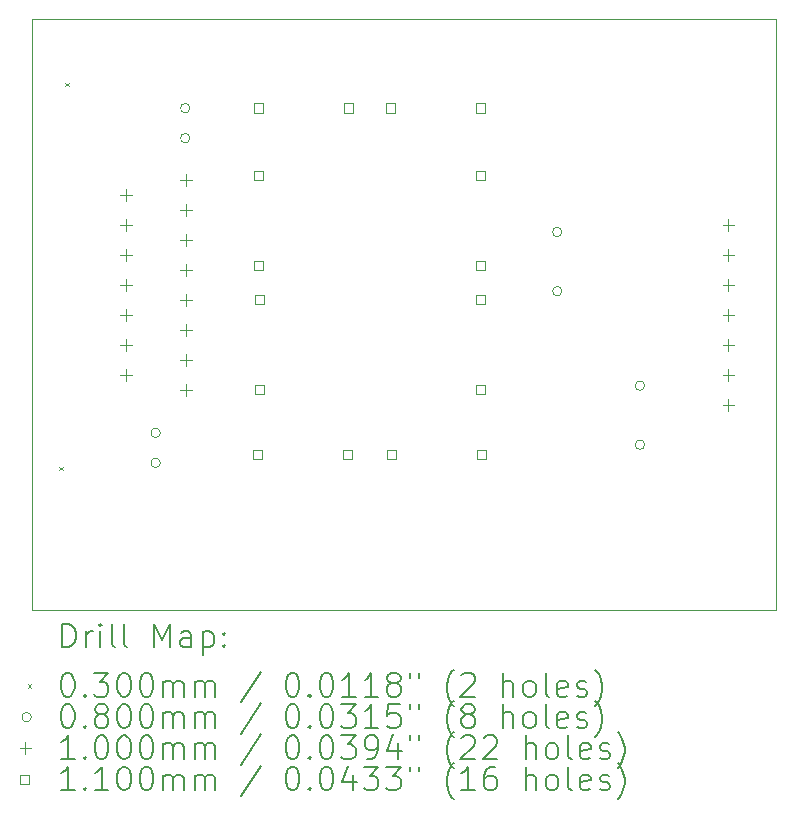
<source format=gbr>
%TF.GenerationSoftware,KiCad,Pcbnew,9.0.1+1*%
%TF.CreationDate,2025-05-09T02:31:12+00:00*%
%TF.ProjectId,modulo_puente_h,6d6f6475-6c6f-45f7-9075-656e74655f68,rev?*%
%TF.SameCoordinates,Original*%
%TF.FileFunction,Drillmap*%
%TF.FilePolarity,Positive*%
%FSLAX45Y45*%
G04 Gerber Fmt 4.5, Leading zero omitted, Abs format (unit mm)*
G04 Created by KiCad (PCBNEW 9.0.1+1) date 2025-05-09 02:31:12*
%MOMM*%
%LPD*%
G01*
G04 APERTURE LIST*
%ADD10C,0.050000*%
%ADD11C,0.200000*%
%ADD12C,0.100000*%
%ADD13C,0.110000*%
G04 APERTURE END LIST*
D10*
X5000000Y-4400000D02*
X11300000Y-4400000D01*
X11300000Y-9400000D01*
X5000000Y-9400000D01*
X5000000Y-4400000D01*
D11*
D12*
X5235000Y-8185000D02*
X5265000Y-8215000D01*
X5265000Y-8185000D02*
X5235000Y-8215000D01*
X5285000Y-4935000D02*
X5315000Y-4965000D01*
X5315000Y-4935000D02*
X5285000Y-4965000D01*
X6090000Y-7900500D02*
G75*
G02*
X6010000Y-7900500I-40000J0D01*
G01*
X6010000Y-7900500D02*
G75*
G02*
X6090000Y-7900500I40000J0D01*
G01*
X6090000Y-8154500D02*
G75*
G02*
X6010000Y-8154500I-40000J0D01*
G01*
X6010000Y-8154500D02*
G75*
G02*
X6090000Y-8154500I40000J0D01*
G01*
X6340000Y-5150500D02*
G75*
G02*
X6260000Y-5150500I-40000J0D01*
G01*
X6260000Y-5150500D02*
G75*
G02*
X6340000Y-5150500I40000J0D01*
G01*
X6340000Y-5404500D02*
G75*
G02*
X6260000Y-5404500I-40000J0D01*
G01*
X6260000Y-5404500D02*
G75*
G02*
X6340000Y-5404500I40000J0D01*
G01*
X9490000Y-6200000D02*
G75*
G02*
X9410000Y-6200000I-40000J0D01*
G01*
X9410000Y-6200000D02*
G75*
G02*
X9490000Y-6200000I40000J0D01*
G01*
X9490000Y-6700000D02*
G75*
G02*
X9410000Y-6700000I-40000J0D01*
G01*
X9410000Y-6700000D02*
G75*
G02*
X9490000Y-6700000I40000J0D01*
G01*
X10190000Y-7500000D02*
G75*
G02*
X10110000Y-7500000I-40000J0D01*
G01*
X10110000Y-7500000D02*
G75*
G02*
X10190000Y-7500000I40000J0D01*
G01*
X10190000Y-8000000D02*
G75*
G02*
X10110000Y-8000000I-40000J0D01*
G01*
X10110000Y-8000000D02*
G75*
G02*
X10190000Y-8000000I40000J0D01*
G01*
X5800000Y-5834000D02*
X5800000Y-5934000D01*
X5750000Y-5884000D02*
X5850000Y-5884000D01*
X5800000Y-6088000D02*
X5800000Y-6188000D01*
X5750000Y-6138000D02*
X5850000Y-6138000D01*
X5800000Y-6342000D02*
X5800000Y-6442000D01*
X5750000Y-6392000D02*
X5850000Y-6392000D01*
X5800000Y-6596000D02*
X5800000Y-6696000D01*
X5750000Y-6646000D02*
X5850000Y-6646000D01*
X5800000Y-6850000D02*
X5800000Y-6950000D01*
X5750000Y-6900000D02*
X5850000Y-6900000D01*
X5800000Y-7104000D02*
X5800000Y-7204000D01*
X5750000Y-7154000D02*
X5850000Y-7154000D01*
X5800000Y-7358000D02*
X5800000Y-7458000D01*
X5750000Y-7408000D02*
X5850000Y-7408000D01*
X6308000Y-5707000D02*
X6308000Y-5807000D01*
X6258000Y-5757000D02*
X6358000Y-5757000D01*
X6308000Y-5961000D02*
X6308000Y-6061000D01*
X6258000Y-6011000D02*
X6358000Y-6011000D01*
X6308000Y-6215000D02*
X6308000Y-6315000D01*
X6258000Y-6265000D02*
X6358000Y-6265000D01*
X6308000Y-6469000D02*
X6308000Y-6569000D01*
X6258000Y-6519000D02*
X6358000Y-6519000D01*
X6308000Y-6723000D02*
X6308000Y-6823000D01*
X6258000Y-6773000D02*
X6358000Y-6773000D01*
X6308000Y-6977000D02*
X6308000Y-7077000D01*
X6258000Y-7027000D02*
X6358000Y-7027000D01*
X6308000Y-7231000D02*
X6308000Y-7331000D01*
X6258000Y-7281000D02*
X6358000Y-7281000D01*
X6308000Y-7485000D02*
X6308000Y-7585000D01*
X6258000Y-7535000D02*
X6358000Y-7535000D01*
X10900000Y-6088500D02*
X10900000Y-6188500D01*
X10850000Y-6138500D02*
X10950000Y-6138500D01*
X10900000Y-6342500D02*
X10900000Y-6442500D01*
X10850000Y-6392500D02*
X10950000Y-6392500D01*
X10900000Y-6596500D02*
X10900000Y-6696500D01*
X10850000Y-6646500D02*
X10950000Y-6646500D01*
X10900000Y-6850500D02*
X10900000Y-6950500D01*
X10850000Y-6900500D02*
X10950000Y-6900500D01*
X10900000Y-7104500D02*
X10900000Y-7204500D01*
X10850000Y-7154500D02*
X10950000Y-7154500D01*
X10900000Y-7358500D02*
X10900000Y-7458500D01*
X10850000Y-7408500D02*
X10950000Y-7408500D01*
X10900000Y-7612500D02*
X10900000Y-7712500D01*
X10850000Y-7662500D02*
X10950000Y-7662500D01*
D13*
X6953459Y-8121123D02*
X6953459Y-8043341D01*
X6875677Y-8043341D01*
X6875677Y-8121123D01*
X6953459Y-8121123D01*
X6957891Y-5188891D02*
X6957891Y-5111109D01*
X6880109Y-5111109D01*
X6880109Y-5188891D01*
X6957891Y-5188891D01*
X6961759Y-5757891D02*
X6961759Y-5680109D01*
X6883977Y-5680109D01*
X6883977Y-5757891D01*
X6961759Y-5757891D01*
X6961759Y-6519891D02*
X6961759Y-6442109D01*
X6883977Y-6442109D01*
X6883977Y-6519891D01*
X6961759Y-6519891D01*
X6965531Y-6809707D02*
X6965531Y-6731925D01*
X6887749Y-6731925D01*
X6887749Y-6809707D01*
X6965531Y-6809707D01*
X6965531Y-7571707D02*
X6965531Y-7493925D01*
X6887749Y-7493925D01*
X6887749Y-7571707D01*
X6965531Y-7571707D01*
X7715459Y-8121123D02*
X7715459Y-8043341D01*
X7637677Y-8043341D01*
X7637677Y-8121123D01*
X7715459Y-8121123D01*
X7719891Y-5188891D02*
X7719891Y-5111109D01*
X7642109Y-5111109D01*
X7642109Y-5188891D01*
X7719891Y-5188891D01*
X8076891Y-5188891D02*
X8076891Y-5111109D01*
X7999109Y-5111109D01*
X7999109Y-5188891D01*
X8076891Y-5188891D01*
X8084459Y-8121123D02*
X8084459Y-8043341D01*
X8006677Y-8043341D01*
X8006677Y-8121123D01*
X8084459Y-8121123D01*
X8838891Y-5188891D02*
X8838891Y-5111109D01*
X8761109Y-5111109D01*
X8761109Y-5188891D01*
X8838891Y-5188891D01*
X8838891Y-5757891D02*
X8838891Y-5680109D01*
X8761109Y-5680109D01*
X8761109Y-5757891D01*
X8838891Y-5757891D01*
X8838891Y-6519891D02*
X8838891Y-6442109D01*
X8761109Y-6442109D01*
X8761109Y-6519891D01*
X8838891Y-6519891D01*
X8838891Y-6807891D02*
X8838891Y-6730109D01*
X8761109Y-6730109D01*
X8761109Y-6807891D01*
X8838891Y-6807891D01*
X8838891Y-7569891D02*
X8838891Y-7492109D01*
X8761109Y-7492109D01*
X8761109Y-7569891D01*
X8838891Y-7569891D01*
X8846459Y-8121123D02*
X8846459Y-8043341D01*
X8768677Y-8043341D01*
X8768677Y-8121123D01*
X8846459Y-8121123D01*
D11*
X5258277Y-9713984D02*
X5258277Y-9513984D01*
X5258277Y-9513984D02*
X5305896Y-9513984D01*
X5305896Y-9513984D02*
X5334467Y-9523508D01*
X5334467Y-9523508D02*
X5353515Y-9542555D01*
X5353515Y-9542555D02*
X5363039Y-9561603D01*
X5363039Y-9561603D02*
X5372563Y-9599698D01*
X5372563Y-9599698D02*
X5372563Y-9628270D01*
X5372563Y-9628270D02*
X5363039Y-9666365D01*
X5363039Y-9666365D02*
X5353515Y-9685412D01*
X5353515Y-9685412D02*
X5334467Y-9704460D01*
X5334467Y-9704460D02*
X5305896Y-9713984D01*
X5305896Y-9713984D02*
X5258277Y-9713984D01*
X5458277Y-9713984D02*
X5458277Y-9580650D01*
X5458277Y-9618746D02*
X5467801Y-9599698D01*
X5467801Y-9599698D02*
X5477324Y-9590174D01*
X5477324Y-9590174D02*
X5496372Y-9580650D01*
X5496372Y-9580650D02*
X5515420Y-9580650D01*
X5582086Y-9713984D02*
X5582086Y-9580650D01*
X5582086Y-9513984D02*
X5572563Y-9523508D01*
X5572563Y-9523508D02*
X5582086Y-9533031D01*
X5582086Y-9533031D02*
X5591610Y-9523508D01*
X5591610Y-9523508D02*
X5582086Y-9513984D01*
X5582086Y-9513984D02*
X5582086Y-9533031D01*
X5705896Y-9713984D02*
X5686848Y-9704460D01*
X5686848Y-9704460D02*
X5677324Y-9685412D01*
X5677324Y-9685412D02*
X5677324Y-9513984D01*
X5810658Y-9713984D02*
X5791610Y-9704460D01*
X5791610Y-9704460D02*
X5782086Y-9685412D01*
X5782086Y-9685412D02*
X5782086Y-9513984D01*
X6039229Y-9713984D02*
X6039229Y-9513984D01*
X6039229Y-9513984D02*
X6105896Y-9656841D01*
X6105896Y-9656841D02*
X6172562Y-9513984D01*
X6172562Y-9513984D02*
X6172562Y-9713984D01*
X6353515Y-9713984D02*
X6353515Y-9609222D01*
X6353515Y-9609222D02*
X6343991Y-9590174D01*
X6343991Y-9590174D02*
X6324943Y-9580650D01*
X6324943Y-9580650D02*
X6286848Y-9580650D01*
X6286848Y-9580650D02*
X6267801Y-9590174D01*
X6353515Y-9704460D02*
X6334467Y-9713984D01*
X6334467Y-9713984D02*
X6286848Y-9713984D01*
X6286848Y-9713984D02*
X6267801Y-9704460D01*
X6267801Y-9704460D02*
X6258277Y-9685412D01*
X6258277Y-9685412D02*
X6258277Y-9666365D01*
X6258277Y-9666365D02*
X6267801Y-9647317D01*
X6267801Y-9647317D02*
X6286848Y-9637793D01*
X6286848Y-9637793D02*
X6334467Y-9637793D01*
X6334467Y-9637793D02*
X6353515Y-9628270D01*
X6448753Y-9580650D02*
X6448753Y-9780650D01*
X6448753Y-9590174D02*
X6467801Y-9580650D01*
X6467801Y-9580650D02*
X6505896Y-9580650D01*
X6505896Y-9580650D02*
X6524943Y-9590174D01*
X6524943Y-9590174D02*
X6534467Y-9599698D01*
X6534467Y-9599698D02*
X6543991Y-9618746D01*
X6543991Y-9618746D02*
X6543991Y-9675889D01*
X6543991Y-9675889D02*
X6534467Y-9694936D01*
X6534467Y-9694936D02*
X6524943Y-9704460D01*
X6524943Y-9704460D02*
X6505896Y-9713984D01*
X6505896Y-9713984D02*
X6467801Y-9713984D01*
X6467801Y-9713984D02*
X6448753Y-9704460D01*
X6629705Y-9694936D02*
X6639229Y-9704460D01*
X6639229Y-9704460D02*
X6629705Y-9713984D01*
X6629705Y-9713984D02*
X6620182Y-9704460D01*
X6620182Y-9704460D02*
X6629705Y-9694936D01*
X6629705Y-9694936D02*
X6629705Y-9713984D01*
X6629705Y-9590174D02*
X6639229Y-9599698D01*
X6639229Y-9599698D02*
X6629705Y-9609222D01*
X6629705Y-9609222D02*
X6620182Y-9599698D01*
X6620182Y-9599698D02*
X6629705Y-9590174D01*
X6629705Y-9590174D02*
X6629705Y-9609222D01*
D12*
X4967500Y-10027500D02*
X4997500Y-10057500D01*
X4997500Y-10027500D02*
X4967500Y-10057500D01*
D11*
X5296372Y-9933984D02*
X5315420Y-9933984D01*
X5315420Y-9933984D02*
X5334467Y-9943508D01*
X5334467Y-9943508D02*
X5343991Y-9953031D01*
X5343991Y-9953031D02*
X5353515Y-9972079D01*
X5353515Y-9972079D02*
X5363039Y-10010174D01*
X5363039Y-10010174D02*
X5363039Y-10057793D01*
X5363039Y-10057793D02*
X5353515Y-10095889D01*
X5353515Y-10095889D02*
X5343991Y-10114936D01*
X5343991Y-10114936D02*
X5334467Y-10124460D01*
X5334467Y-10124460D02*
X5315420Y-10133984D01*
X5315420Y-10133984D02*
X5296372Y-10133984D01*
X5296372Y-10133984D02*
X5277324Y-10124460D01*
X5277324Y-10124460D02*
X5267801Y-10114936D01*
X5267801Y-10114936D02*
X5258277Y-10095889D01*
X5258277Y-10095889D02*
X5248753Y-10057793D01*
X5248753Y-10057793D02*
X5248753Y-10010174D01*
X5248753Y-10010174D02*
X5258277Y-9972079D01*
X5258277Y-9972079D02*
X5267801Y-9953031D01*
X5267801Y-9953031D02*
X5277324Y-9943508D01*
X5277324Y-9943508D02*
X5296372Y-9933984D01*
X5448753Y-10114936D02*
X5458277Y-10124460D01*
X5458277Y-10124460D02*
X5448753Y-10133984D01*
X5448753Y-10133984D02*
X5439229Y-10124460D01*
X5439229Y-10124460D02*
X5448753Y-10114936D01*
X5448753Y-10114936D02*
X5448753Y-10133984D01*
X5524944Y-9933984D02*
X5648753Y-9933984D01*
X5648753Y-9933984D02*
X5582086Y-10010174D01*
X5582086Y-10010174D02*
X5610658Y-10010174D01*
X5610658Y-10010174D02*
X5629705Y-10019698D01*
X5629705Y-10019698D02*
X5639229Y-10029222D01*
X5639229Y-10029222D02*
X5648753Y-10048270D01*
X5648753Y-10048270D02*
X5648753Y-10095889D01*
X5648753Y-10095889D02*
X5639229Y-10114936D01*
X5639229Y-10114936D02*
X5629705Y-10124460D01*
X5629705Y-10124460D02*
X5610658Y-10133984D01*
X5610658Y-10133984D02*
X5553515Y-10133984D01*
X5553515Y-10133984D02*
X5534467Y-10124460D01*
X5534467Y-10124460D02*
X5524944Y-10114936D01*
X5772562Y-9933984D02*
X5791610Y-9933984D01*
X5791610Y-9933984D02*
X5810658Y-9943508D01*
X5810658Y-9943508D02*
X5820182Y-9953031D01*
X5820182Y-9953031D02*
X5829705Y-9972079D01*
X5829705Y-9972079D02*
X5839229Y-10010174D01*
X5839229Y-10010174D02*
X5839229Y-10057793D01*
X5839229Y-10057793D02*
X5829705Y-10095889D01*
X5829705Y-10095889D02*
X5820182Y-10114936D01*
X5820182Y-10114936D02*
X5810658Y-10124460D01*
X5810658Y-10124460D02*
X5791610Y-10133984D01*
X5791610Y-10133984D02*
X5772562Y-10133984D01*
X5772562Y-10133984D02*
X5753515Y-10124460D01*
X5753515Y-10124460D02*
X5743991Y-10114936D01*
X5743991Y-10114936D02*
X5734467Y-10095889D01*
X5734467Y-10095889D02*
X5724943Y-10057793D01*
X5724943Y-10057793D02*
X5724943Y-10010174D01*
X5724943Y-10010174D02*
X5734467Y-9972079D01*
X5734467Y-9972079D02*
X5743991Y-9953031D01*
X5743991Y-9953031D02*
X5753515Y-9943508D01*
X5753515Y-9943508D02*
X5772562Y-9933984D01*
X5963039Y-9933984D02*
X5982086Y-9933984D01*
X5982086Y-9933984D02*
X6001134Y-9943508D01*
X6001134Y-9943508D02*
X6010658Y-9953031D01*
X6010658Y-9953031D02*
X6020182Y-9972079D01*
X6020182Y-9972079D02*
X6029705Y-10010174D01*
X6029705Y-10010174D02*
X6029705Y-10057793D01*
X6029705Y-10057793D02*
X6020182Y-10095889D01*
X6020182Y-10095889D02*
X6010658Y-10114936D01*
X6010658Y-10114936D02*
X6001134Y-10124460D01*
X6001134Y-10124460D02*
X5982086Y-10133984D01*
X5982086Y-10133984D02*
X5963039Y-10133984D01*
X5963039Y-10133984D02*
X5943991Y-10124460D01*
X5943991Y-10124460D02*
X5934467Y-10114936D01*
X5934467Y-10114936D02*
X5924943Y-10095889D01*
X5924943Y-10095889D02*
X5915420Y-10057793D01*
X5915420Y-10057793D02*
X5915420Y-10010174D01*
X5915420Y-10010174D02*
X5924943Y-9972079D01*
X5924943Y-9972079D02*
X5934467Y-9953031D01*
X5934467Y-9953031D02*
X5943991Y-9943508D01*
X5943991Y-9943508D02*
X5963039Y-9933984D01*
X6115420Y-10133984D02*
X6115420Y-10000650D01*
X6115420Y-10019698D02*
X6124943Y-10010174D01*
X6124943Y-10010174D02*
X6143991Y-10000650D01*
X6143991Y-10000650D02*
X6172563Y-10000650D01*
X6172563Y-10000650D02*
X6191610Y-10010174D01*
X6191610Y-10010174D02*
X6201134Y-10029222D01*
X6201134Y-10029222D02*
X6201134Y-10133984D01*
X6201134Y-10029222D02*
X6210658Y-10010174D01*
X6210658Y-10010174D02*
X6229705Y-10000650D01*
X6229705Y-10000650D02*
X6258277Y-10000650D01*
X6258277Y-10000650D02*
X6277324Y-10010174D01*
X6277324Y-10010174D02*
X6286848Y-10029222D01*
X6286848Y-10029222D02*
X6286848Y-10133984D01*
X6382086Y-10133984D02*
X6382086Y-10000650D01*
X6382086Y-10019698D02*
X6391610Y-10010174D01*
X6391610Y-10010174D02*
X6410658Y-10000650D01*
X6410658Y-10000650D02*
X6439229Y-10000650D01*
X6439229Y-10000650D02*
X6458277Y-10010174D01*
X6458277Y-10010174D02*
X6467801Y-10029222D01*
X6467801Y-10029222D02*
X6467801Y-10133984D01*
X6467801Y-10029222D02*
X6477324Y-10010174D01*
X6477324Y-10010174D02*
X6496372Y-10000650D01*
X6496372Y-10000650D02*
X6524943Y-10000650D01*
X6524943Y-10000650D02*
X6543991Y-10010174D01*
X6543991Y-10010174D02*
X6553515Y-10029222D01*
X6553515Y-10029222D02*
X6553515Y-10133984D01*
X6943991Y-9924460D02*
X6772563Y-10181603D01*
X7201134Y-9933984D02*
X7220182Y-9933984D01*
X7220182Y-9933984D02*
X7239229Y-9943508D01*
X7239229Y-9943508D02*
X7248753Y-9953031D01*
X7248753Y-9953031D02*
X7258277Y-9972079D01*
X7258277Y-9972079D02*
X7267801Y-10010174D01*
X7267801Y-10010174D02*
X7267801Y-10057793D01*
X7267801Y-10057793D02*
X7258277Y-10095889D01*
X7258277Y-10095889D02*
X7248753Y-10114936D01*
X7248753Y-10114936D02*
X7239229Y-10124460D01*
X7239229Y-10124460D02*
X7220182Y-10133984D01*
X7220182Y-10133984D02*
X7201134Y-10133984D01*
X7201134Y-10133984D02*
X7182086Y-10124460D01*
X7182086Y-10124460D02*
X7172563Y-10114936D01*
X7172563Y-10114936D02*
X7163039Y-10095889D01*
X7163039Y-10095889D02*
X7153515Y-10057793D01*
X7153515Y-10057793D02*
X7153515Y-10010174D01*
X7153515Y-10010174D02*
X7163039Y-9972079D01*
X7163039Y-9972079D02*
X7172563Y-9953031D01*
X7172563Y-9953031D02*
X7182086Y-9943508D01*
X7182086Y-9943508D02*
X7201134Y-9933984D01*
X7353515Y-10114936D02*
X7363039Y-10124460D01*
X7363039Y-10124460D02*
X7353515Y-10133984D01*
X7353515Y-10133984D02*
X7343991Y-10124460D01*
X7343991Y-10124460D02*
X7353515Y-10114936D01*
X7353515Y-10114936D02*
X7353515Y-10133984D01*
X7486848Y-9933984D02*
X7505896Y-9933984D01*
X7505896Y-9933984D02*
X7524944Y-9943508D01*
X7524944Y-9943508D02*
X7534467Y-9953031D01*
X7534467Y-9953031D02*
X7543991Y-9972079D01*
X7543991Y-9972079D02*
X7553515Y-10010174D01*
X7553515Y-10010174D02*
X7553515Y-10057793D01*
X7553515Y-10057793D02*
X7543991Y-10095889D01*
X7543991Y-10095889D02*
X7534467Y-10114936D01*
X7534467Y-10114936D02*
X7524944Y-10124460D01*
X7524944Y-10124460D02*
X7505896Y-10133984D01*
X7505896Y-10133984D02*
X7486848Y-10133984D01*
X7486848Y-10133984D02*
X7467801Y-10124460D01*
X7467801Y-10124460D02*
X7458277Y-10114936D01*
X7458277Y-10114936D02*
X7448753Y-10095889D01*
X7448753Y-10095889D02*
X7439229Y-10057793D01*
X7439229Y-10057793D02*
X7439229Y-10010174D01*
X7439229Y-10010174D02*
X7448753Y-9972079D01*
X7448753Y-9972079D02*
X7458277Y-9953031D01*
X7458277Y-9953031D02*
X7467801Y-9943508D01*
X7467801Y-9943508D02*
X7486848Y-9933984D01*
X7743991Y-10133984D02*
X7629706Y-10133984D01*
X7686848Y-10133984D02*
X7686848Y-9933984D01*
X7686848Y-9933984D02*
X7667801Y-9962555D01*
X7667801Y-9962555D02*
X7648753Y-9981603D01*
X7648753Y-9981603D02*
X7629706Y-9991127D01*
X7934467Y-10133984D02*
X7820182Y-10133984D01*
X7877325Y-10133984D02*
X7877325Y-9933984D01*
X7877325Y-9933984D02*
X7858277Y-9962555D01*
X7858277Y-9962555D02*
X7839229Y-9981603D01*
X7839229Y-9981603D02*
X7820182Y-9991127D01*
X8048753Y-10019698D02*
X8029706Y-10010174D01*
X8029706Y-10010174D02*
X8020182Y-10000650D01*
X8020182Y-10000650D02*
X8010658Y-9981603D01*
X8010658Y-9981603D02*
X8010658Y-9972079D01*
X8010658Y-9972079D02*
X8020182Y-9953031D01*
X8020182Y-9953031D02*
X8029706Y-9943508D01*
X8029706Y-9943508D02*
X8048753Y-9933984D01*
X8048753Y-9933984D02*
X8086848Y-9933984D01*
X8086848Y-9933984D02*
X8105896Y-9943508D01*
X8105896Y-9943508D02*
X8115420Y-9953031D01*
X8115420Y-9953031D02*
X8124944Y-9972079D01*
X8124944Y-9972079D02*
X8124944Y-9981603D01*
X8124944Y-9981603D02*
X8115420Y-10000650D01*
X8115420Y-10000650D02*
X8105896Y-10010174D01*
X8105896Y-10010174D02*
X8086848Y-10019698D01*
X8086848Y-10019698D02*
X8048753Y-10019698D01*
X8048753Y-10019698D02*
X8029706Y-10029222D01*
X8029706Y-10029222D02*
X8020182Y-10038746D01*
X8020182Y-10038746D02*
X8010658Y-10057793D01*
X8010658Y-10057793D02*
X8010658Y-10095889D01*
X8010658Y-10095889D02*
X8020182Y-10114936D01*
X8020182Y-10114936D02*
X8029706Y-10124460D01*
X8029706Y-10124460D02*
X8048753Y-10133984D01*
X8048753Y-10133984D02*
X8086848Y-10133984D01*
X8086848Y-10133984D02*
X8105896Y-10124460D01*
X8105896Y-10124460D02*
X8115420Y-10114936D01*
X8115420Y-10114936D02*
X8124944Y-10095889D01*
X8124944Y-10095889D02*
X8124944Y-10057793D01*
X8124944Y-10057793D02*
X8115420Y-10038746D01*
X8115420Y-10038746D02*
X8105896Y-10029222D01*
X8105896Y-10029222D02*
X8086848Y-10019698D01*
X8201134Y-9933984D02*
X8201134Y-9972079D01*
X8277325Y-9933984D02*
X8277325Y-9972079D01*
X8572563Y-10210174D02*
X8563039Y-10200650D01*
X8563039Y-10200650D02*
X8543991Y-10172079D01*
X8543991Y-10172079D02*
X8534468Y-10153031D01*
X8534468Y-10153031D02*
X8524944Y-10124460D01*
X8524944Y-10124460D02*
X8515420Y-10076841D01*
X8515420Y-10076841D02*
X8515420Y-10038746D01*
X8515420Y-10038746D02*
X8524944Y-9991127D01*
X8524944Y-9991127D02*
X8534468Y-9962555D01*
X8534468Y-9962555D02*
X8543991Y-9943508D01*
X8543991Y-9943508D02*
X8563039Y-9914936D01*
X8563039Y-9914936D02*
X8572563Y-9905412D01*
X8639230Y-9953031D02*
X8648753Y-9943508D01*
X8648753Y-9943508D02*
X8667801Y-9933984D01*
X8667801Y-9933984D02*
X8715420Y-9933984D01*
X8715420Y-9933984D02*
X8734468Y-9943508D01*
X8734468Y-9943508D02*
X8743991Y-9953031D01*
X8743991Y-9953031D02*
X8753515Y-9972079D01*
X8753515Y-9972079D02*
X8753515Y-9991127D01*
X8753515Y-9991127D02*
X8743991Y-10019698D01*
X8743991Y-10019698D02*
X8629706Y-10133984D01*
X8629706Y-10133984D02*
X8753515Y-10133984D01*
X8991611Y-10133984D02*
X8991611Y-9933984D01*
X9077325Y-10133984D02*
X9077325Y-10029222D01*
X9077325Y-10029222D02*
X9067801Y-10010174D01*
X9067801Y-10010174D02*
X9048753Y-10000650D01*
X9048753Y-10000650D02*
X9020182Y-10000650D01*
X9020182Y-10000650D02*
X9001134Y-10010174D01*
X9001134Y-10010174D02*
X8991611Y-10019698D01*
X9201134Y-10133984D02*
X9182087Y-10124460D01*
X9182087Y-10124460D02*
X9172563Y-10114936D01*
X9172563Y-10114936D02*
X9163039Y-10095889D01*
X9163039Y-10095889D02*
X9163039Y-10038746D01*
X9163039Y-10038746D02*
X9172563Y-10019698D01*
X9172563Y-10019698D02*
X9182087Y-10010174D01*
X9182087Y-10010174D02*
X9201134Y-10000650D01*
X9201134Y-10000650D02*
X9229706Y-10000650D01*
X9229706Y-10000650D02*
X9248753Y-10010174D01*
X9248753Y-10010174D02*
X9258277Y-10019698D01*
X9258277Y-10019698D02*
X9267801Y-10038746D01*
X9267801Y-10038746D02*
X9267801Y-10095889D01*
X9267801Y-10095889D02*
X9258277Y-10114936D01*
X9258277Y-10114936D02*
X9248753Y-10124460D01*
X9248753Y-10124460D02*
X9229706Y-10133984D01*
X9229706Y-10133984D02*
X9201134Y-10133984D01*
X9382087Y-10133984D02*
X9363039Y-10124460D01*
X9363039Y-10124460D02*
X9353515Y-10105412D01*
X9353515Y-10105412D02*
X9353515Y-9933984D01*
X9534468Y-10124460D02*
X9515420Y-10133984D01*
X9515420Y-10133984D02*
X9477325Y-10133984D01*
X9477325Y-10133984D02*
X9458277Y-10124460D01*
X9458277Y-10124460D02*
X9448753Y-10105412D01*
X9448753Y-10105412D02*
X9448753Y-10029222D01*
X9448753Y-10029222D02*
X9458277Y-10010174D01*
X9458277Y-10010174D02*
X9477325Y-10000650D01*
X9477325Y-10000650D02*
X9515420Y-10000650D01*
X9515420Y-10000650D02*
X9534468Y-10010174D01*
X9534468Y-10010174D02*
X9543992Y-10029222D01*
X9543992Y-10029222D02*
X9543992Y-10048270D01*
X9543992Y-10048270D02*
X9448753Y-10067317D01*
X9620182Y-10124460D02*
X9639230Y-10133984D01*
X9639230Y-10133984D02*
X9677325Y-10133984D01*
X9677325Y-10133984D02*
X9696373Y-10124460D01*
X9696373Y-10124460D02*
X9705896Y-10105412D01*
X9705896Y-10105412D02*
X9705896Y-10095889D01*
X9705896Y-10095889D02*
X9696373Y-10076841D01*
X9696373Y-10076841D02*
X9677325Y-10067317D01*
X9677325Y-10067317D02*
X9648753Y-10067317D01*
X9648753Y-10067317D02*
X9629706Y-10057793D01*
X9629706Y-10057793D02*
X9620182Y-10038746D01*
X9620182Y-10038746D02*
X9620182Y-10029222D01*
X9620182Y-10029222D02*
X9629706Y-10010174D01*
X9629706Y-10010174D02*
X9648753Y-10000650D01*
X9648753Y-10000650D02*
X9677325Y-10000650D01*
X9677325Y-10000650D02*
X9696373Y-10010174D01*
X9772563Y-10210174D02*
X9782087Y-10200650D01*
X9782087Y-10200650D02*
X9801134Y-10172079D01*
X9801134Y-10172079D02*
X9810658Y-10153031D01*
X9810658Y-10153031D02*
X9820182Y-10124460D01*
X9820182Y-10124460D02*
X9829706Y-10076841D01*
X9829706Y-10076841D02*
X9829706Y-10038746D01*
X9829706Y-10038746D02*
X9820182Y-9991127D01*
X9820182Y-9991127D02*
X9810658Y-9962555D01*
X9810658Y-9962555D02*
X9801134Y-9943508D01*
X9801134Y-9943508D02*
X9782087Y-9914936D01*
X9782087Y-9914936D02*
X9772563Y-9905412D01*
D12*
X4997500Y-10306500D02*
G75*
G02*
X4917500Y-10306500I-40000J0D01*
G01*
X4917500Y-10306500D02*
G75*
G02*
X4997500Y-10306500I40000J0D01*
G01*
D11*
X5296372Y-10197984D02*
X5315420Y-10197984D01*
X5315420Y-10197984D02*
X5334467Y-10207508D01*
X5334467Y-10207508D02*
X5343991Y-10217031D01*
X5343991Y-10217031D02*
X5353515Y-10236079D01*
X5353515Y-10236079D02*
X5363039Y-10274174D01*
X5363039Y-10274174D02*
X5363039Y-10321793D01*
X5363039Y-10321793D02*
X5353515Y-10359889D01*
X5353515Y-10359889D02*
X5343991Y-10378936D01*
X5343991Y-10378936D02*
X5334467Y-10388460D01*
X5334467Y-10388460D02*
X5315420Y-10397984D01*
X5315420Y-10397984D02*
X5296372Y-10397984D01*
X5296372Y-10397984D02*
X5277324Y-10388460D01*
X5277324Y-10388460D02*
X5267801Y-10378936D01*
X5267801Y-10378936D02*
X5258277Y-10359889D01*
X5258277Y-10359889D02*
X5248753Y-10321793D01*
X5248753Y-10321793D02*
X5248753Y-10274174D01*
X5248753Y-10274174D02*
X5258277Y-10236079D01*
X5258277Y-10236079D02*
X5267801Y-10217031D01*
X5267801Y-10217031D02*
X5277324Y-10207508D01*
X5277324Y-10207508D02*
X5296372Y-10197984D01*
X5448753Y-10378936D02*
X5458277Y-10388460D01*
X5458277Y-10388460D02*
X5448753Y-10397984D01*
X5448753Y-10397984D02*
X5439229Y-10388460D01*
X5439229Y-10388460D02*
X5448753Y-10378936D01*
X5448753Y-10378936D02*
X5448753Y-10397984D01*
X5572563Y-10283698D02*
X5553515Y-10274174D01*
X5553515Y-10274174D02*
X5543991Y-10264650D01*
X5543991Y-10264650D02*
X5534467Y-10245603D01*
X5534467Y-10245603D02*
X5534467Y-10236079D01*
X5534467Y-10236079D02*
X5543991Y-10217031D01*
X5543991Y-10217031D02*
X5553515Y-10207508D01*
X5553515Y-10207508D02*
X5572563Y-10197984D01*
X5572563Y-10197984D02*
X5610658Y-10197984D01*
X5610658Y-10197984D02*
X5629705Y-10207508D01*
X5629705Y-10207508D02*
X5639229Y-10217031D01*
X5639229Y-10217031D02*
X5648753Y-10236079D01*
X5648753Y-10236079D02*
X5648753Y-10245603D01*
X5648753Y-10245603D02*
X5639229Y-10264650D01*
X5639229Y-10264650D02*
X5629705Y-10274174D01*
X5629705Y-10274174D02*
X5610658Y-10283698D01*
X5610658Y-10283698D02*
X5572563Y-10283698D01*
X5572563Y-10283698D02*
X5553515Y-10293222D01*
X5553515Y-10293222D02*
X5543991Y-10302746D01*
X5543991Y-10302746D02*
X5534467Y-10321793D01*
X5534467Y-10321793D02*
X5534467Y-10359889D01*
X5534467Y-10359889D02*
X5543991Y-10378936D01*
X5543991Y-10378936D02*
X5553515Y-10388460D01*
X5553515Y-10388460D02*
X5572563Y-10397984D01*
X5572563Y-10397984D02*
X5610658Y-10397984D01*
X5610658Y-10397984D02*
X5629705Y-10388460D01*
X5629705Y-10388460D02*
X5639229Y-10378936D01*
X5639229Y-10378936D02*
X5648753Y-10359889D01*
X5648753Y-10359889D02*
X5648753Y-10321793D01*
X5648753Y-10321793D02*
X5639229Y-10302746D01*
X5639229Y-10302746D02*
X5629705Y-10293222D01*
X5629705Y-10293222D02*
X5610658Y-10283698D01*
X5772562Y-10197984D02*
X5791610Y-10197984D01*
X5791610Y-10197984D02*
X5810658Y-10207508D01*
X5810658Y-10207508D02*
X5820182Y-10217031D01*
X5820182Y-10217031D02*
X5829705Y-10236079D01*
X5829705Y-10236079D02*
X5839229Y-10274174D01*
X5839229Y-10274174D02*
X5839229Y-10321793D01*
X5839229Y-10321793D02*
X5829705Y-10359889D01*
X5829705Y-10359889D02*
X5820182Y-10378936D01*
X5820182Y-10378936D02*
X5810658Y-10388460D01*
X5810658Y-10388460D02*
X5791610Y-10397984D01*
X5791610Y-10397984D02*
X5772562Y-10397984D01*
X5772562Y-10397984D02*
X5753515Y-10388460D01*
X5753515Y-10388460D02*
X5743991Y-10378936D01*
X5743991Y-10378936D02*
X5734467Y-10359889D01*
X5734467Y-10359889D02*
X5724943Y-10321793D01*
X5724943Y-10321793D02*
X5724943Y-10274174D01*
X5724943Y-10274174D02*
X5734467Y-10236079D01*
X5734467Y-10236079D02*
X5743991Y-10217031D01*
X5743991Y-10217031D02*
X5753515Y-10207508D01*
X5753515Y-10207508D02*
X5772562Y-10197984D01*
X5963039Y-10197984D02*
X5982086Y-10197984D01*
X5982086Y-10197984D02*
X6001134Y-10207508D01*
X6001134Y-10207508D02*
X6010658Y-10217031D01*
X6010658Y-10217031D02*
X6020182Y-10236079D01*
X6020182Y-10236079D02*
X6029705Y-10274174D01*
X6029705Y-10274174D02*
X6029705Y-10321793D01*
X6029705Y-10321793D02*
X6020182Y-10359889D01*
X6020182Y-10359889D02*
X6010658Y-10378936D01*
X6010658Y-10378936D02*
X6001134Y-10388460D01*
X6001134Y-10388460D02*
X5982086Y-10397984D01*
X5982086Y-10397984D02*
X5963039Y-10397984D01*
X5963039Y-10397984D02*
X5943991Y-10388460D01*
X5943991Y-10388460D02*
X5934467Y-10378936D01*
X5934467Y-10378936D02*
X5924943Y-10359889D01*
X5924943Y-10359889D02*
X5915420Y-10321793D01*
X5915420Y-10321793D02*
X5915420Y-10274174D01*
X5915420Y-10274174D02*
X5924943Y-10236079D01*
X5924943Y-10236079D02*
X5934467Y-10217031D01*
X5934467Y-10217031D02*
X5943991Y-10207508D01*
X5943991Y-10207508D02*
X5963039Y-10197984D01*
X6115420Y-10397984D02*
X6115420Y-10264650D01*
X6115420Y-10283698D02*
X6124943Y-10274174D01*
X6124943Y-10274174D02*
X6143991Y-10264650D01*
X6143991Y-10264650D02*
X6172563Y-10264650D01*
X6172563Y-10264650D02*
X6191610Y-10274174D01*
X6191610Y-10274174D02*
X6201134Y-10293222D01*
X6201134Y-10293222D02*
X6201134Y-10397984D01*
X6201134Y-10293222D02*
X6210658Y-10274174D01*
X6210658Y-10274174D02*
X6229705Y-10264650D01*
X6229705Y-10264650D02*
X6258277Y-10264650D01*
X6258277Y-10264650D02*
X6277324Y-10274174D01*
X6277324Y-10274174D02*
X6286848Y-10293222D01*
X6286848Y-10293222D02*
X6286848Y-10397984D01*
X6382086Y-10397984D02*
X6382086Y-10264650D01*
X6382086Y-10283698D02*
X6391610Y-10274174D01*
X6391610Y-10274174D02*
X6410658Y-10264650D01*
X6410658Y-10264650D02*
X6439229Y-10264650D01*
X6439229Y-10264650D02*
X6458277Y-10274174D01*
X6458277Y-10274174D02*
X6467801Y-10293222D01*
X6467801Y-10293222D02*
X6467801Y-10397984D01*
X6467801Y-10293222D02*
X6477324Y-10274174D01*
X6477324Y-10274174D02*
X6496372Y-10264650D01*
X6496372Y-10264650D02*
X6524943Y-10264650D01*
X6524943Y-10264650D02*
X6543991Y-10274174D01*
X6543991Y-10274174D02*
X6553515Y-10293222D01*
X6553515Y-10293222D02*
X6553515Y-10397984D01*
X6943991Y-10188460D02*
X6772563Y-10445603D01*
X7201134Y-10197984D02*
X7220182Y-10197984D01*
X7220182Y-10197984D02*
X7239229Y-10207508D01*
X7239229Y-10207508D02*
X7248753Y-10217031D01*
X7248753Y-10217031D02*
X7258277Y-10236079D01*
X7258277Y-10236079D02*
X7267801Y-10274174D01*
X7267801Y-10274174D02*
X7267801Y-10321793D01*
X7267801Y-10321793D02*
X7258277Y-10359889D01*
X7258277Y-10359889D02*
X7248753Y-10378936D01*
X7248753Y-10378936D02*
X7239229Y-10388460D01*
X7239229Y-10388460D02*
X7220182Y-10397984D01*
X7220182Y-10397984D02*
X7201134Y-10397984D01*
X7201134Y-10397984D02*
X7182086Y-10388460D01*
X7182086Y-10388460D02*
X7172563Y-10378936D01*
X7172563Y-10378936D02*
X7163039Y-10359889D01*
X7163039Y-10359889D02*
X7153515Y-10321793D01*
X7153515Y-10321793D02*
X7153515Y-10274174D01*
X7153515Y-10274174D02*
X7163039Y-10236079D01*
X7163039Y-10236079D02*
X7172563Y-10217031D01*
X7172563Y-10217031D02*
X7182086Y-10207508D01*
X7182086Y-10207508D02*
X7201134Y-10197984D01*
X7353515Y-10378936D02*
X7363039Y-10388460D01*
X7363039Y-10388460D02*
X7353515Y-10397984D01*
X7353515Y-10397984D02*
X7343991Y-10388460D01*
X7343991Y-10388460D02*
X7353515Y-10378936D01*
X7353515Y-10378936D02*
X7353515Y-10397984D01*
X7486848Y-10197984D02*
X7505896Y-10197984D01*
X7505896Y-10197984D02*
X7524944Y-10207508D01*
X7524944Y-10207508D02*
X7534467Y-10217031D01*
X7534467Y-10217031D02*
X7543991Y-10236079D01*
X7543991Y-10236079D02*
X7553515Y-10274174D01*
X7553515Y-10274174D02*
X7553515Y-10321793D01*
X7553515Y-10321793D02*
X7543991Y-10359889D01*
X7543991Y-10359889D02*
X7534467Y-10378936D01*
X7534467Y-10378936D02*
X7524944Y-10388460D01*
X7524944Y-10388460D02*
X7505896Y-10397984D01*
X7505896Y-10397984D02*
X7486848Y-10397984D01*
X7486848Y-10397984D02*
X7467801Y-10388460D01*
X7467801Y-10388460D02*
X7458277Y-10378936D01*
X7458277Y-10378936D02*
X7448753Y-10359889D01*
X7448753Y-10359889D02*
X7439229Y-10321793D01*
X7439229Y-10321793D02*
X7439229Y-10274174D01*
X7439229Y-10274174D02*
X7448753Y-10236079D01*
X7448753Y-10236079D02*
X7458277Y-10217031D01*
X7458277Y-10217031D02*
X7467801Y-10207508D01*
X7467801Y-10207508D02*
X7486848Y-10197984D01*
X7620182Y-10197984D02*
X7743991Y-10197984D01*
X7743991Y-10197984D02*
X7677325Y-10274174D01*
X7677325Y-10274174D02*
X7705896Y-10274174D01*
X7705896Y-10274174D02*
X7724944Y-10283698D01*
X7724944Y-10283698D02*
X7734467Y-10293222D01*
X7734467Y-10293222D02*
X7743991Y-10312270D01*
X7743991Y-10312270D02*
X7743991Y-10359889D01*
X7743991Y-10359889D02*
X7734467Y-10378936D01*
X7734467Y-10378936D02*
X7724944Y-10388460D01*
X7724944Y-10388460D02*
X7705896Y-10397984D01*
X7705896Y-10397984D02*
X7648753Y-10397984D01*
X7648753Y-10397984D02*
X7629706Y-10388460D01*
X7629706Y-10388460D02*
X7620182Y-10378936D01*
X7934467Y-10397984D02*
X7820182Y-10397984D01*
X7877325Y-10397984D02*
X7877325Y-10197984D01*
X7877325Y-10197984D02*
X7858277Y-10226555D01*
X7858277Y-10226555D02*
X7839229Y-10245603D01*
X7839229Y-10245603D02*
X7820182Y-10255127D01*
X8115420Y-10197984D02*
X8020182Y-10197984D01*
X8020182Y-10197984D02*
X8010658Y-10293222D01*
X8010658Y-10293222D02*
X8020182Y-10283698D01*
X8020182Y-10283698D02*
X8039229Y-10274174D01*
X8039229Y-10274174D02*
X8086848Y-10274174D01*
X8086848Y-10274174D02*
X8105896Y-10283698D01*
X8105896Y-10283698D02*
X8115420Y-10293222D01*
X8115420Y-10293222D02*
X8124944Y-10312270D01*
X8124944Y-10312270D02*
X8124944Y-10359889D01*
X8124944Y-10359889D02*
X8115420Y-10378936D01*
X8115420Y-10378936D02*
X8105896Y-10388460D01*
X8105896Y-10388460D02*
X8086848Y-10397984D01*
X8086848Y-10397984D02*
X8039229Y-10397984D01*
X8039229Y-10397984D02*
X8020182Y-10388460D01*
X8020182Y-10388460D02*
X8010658Y-10378936D01*
X8201134Y-10197984D02*
X8201134Y-10236079D01*
X8277325Y-10197984D02*
X8277325Y-10236079D01*
X8572563Y-10474174D02*
X8563039Y-10464650D01*
X8563039Y-10464650D02*
X8543991Y-10436079D01*
X8543991Y-10436079D02*
X8534468Y-10417031D01*
X8534468Y-10417031D02*
X8524944Y-10388460D01*
X8524944Y-10388460D02*
X8515420Y-10340841D01*
X8515420Y-10340841D02*
X8515420Y-10302746D01*
X8515420Y-10302746D02*
X8524944Y-10255127D01*
X8524944Y-10255127D02*
X8534468Y-10226555D01*
X8534468Y-10226555D02*
X8543991Y-10207508D01*
X8543991Y-10207508D02*
X8563039Y-10178936D01*
X8563039Y-10178936D02*
X8572563Y-10169412D01*
X8677325Y-10283698D02*
X8658277Y-10274174D01*
X8658277Y-10274174D02*
X8648753Y-10264650D01*
X8648753Y-10264650D02*
X8639230Y-10245603D01*
X8639230Y-10245603D02*
X8639230Y-10236079D01*
X8639230Y-10236079D02*
X8648753Y-10217031D01*
X8648753Y-10217031D02*
X8658277Y-10207508D01*
X8658277Y-10207508D02*
X8677325Y-10197984D01*
X8677325Y-10197984D02*
X8715420Y-10197984D01*
X8715420Y-10197984D02*
X8734468Y-10207508D01*
X8734468Y-10207508D02*
X8743991Y-10217031D01*
X8743991Y-10217031D02*
X8753515Y-10236079D01*
X8753515Y-10236079D02*
X8753515Y-10245603D01*
X8753515Y-10245603D02*
X8743991Y-10264650D01*
X8743991Y-10264650D02*
X8734468Y-10274174D01*
X8734468Y-10274174D02*
X8715420Y-10283698D01*
X8715420Y-10283698D02*
X8677325Y-10283698D01*
X8677325Y-10283698D02*
X8658277Y-10293222D01*
X8658277Y-10293222D02*
X8648753Y-10302746D01*
X8648753Y-10302746D02*
X8639230Y-10321793D01*
X8639230Y-10321793D02*
X8639230Y-10359889D01*
X8639230Y-10359889D02*
X8648753Y-10378936D01*
X8648753Y-10378936D02*
X8658277Y-10388460D01*
X8658277Y-10388460D02*
X8677325Y-10397984D01*
X8677325Y-10397984D02*
X8715420Y-10397984D01*
X8715420Y-10397984D02*
X8734468Y-10388460D01*
X8734468Y-10388460D02*
X8743991Y-10378936D01*
X8743991Y-10378936D02*
X8753515Y-10359889D01*
X8753515Y-10359889D02*
X8753515Y-10321793D01*
X8753515Y-10321793D02*
X8743991Y-10302746D01*
X8743991Y-10302746D02*
X8734468Y-10293222D01*
X8734468Y-10293222D02*
X8715420Y-10283698D01*
X8991611Y-10397984D02*
X8991611Y-10197984D01*
X9077325Y-10397984D02*
X9077325Y-10293222D01*
X9077325Y-10293222D02*
X9067801Y-10274174D01*
X9067801Y-10274174D02*
X9048753Y-10264650D01*
X9048753Y-10264650D02*
X9020182Y-10264650D01*
X9020182Y-10264650D02*
X9001134Y-10274174D01*
X9001134Y-10274174D02*
X8991611Y-10283698D01*
X9201134Y-10397984D02*
X9182087Y-10388460D01*
X9182087Y-10388460D02*
X9172563Y-10378936D01*
X9172563Y-10378936D02*
X9163039Y-10359889D01*
X9163039Y-10359889D02*
X9163039Y-10302746D01*
X9163039Y-10302746D02*
X9172563Y-10283698D01*
X9172563Y-10283698D02*
X9182087Y-10274174D01*
X9182087Y-10274174D02*
X9201134Y-10264650D01*
X9201134Y-10264650D02*
X9229706Y-10264650D01*
X9229706Y-10264650D02*
X9248753Y-10274174D01*
X9248753Y-10274174D02*
X9258277Y-10283698D01*
X9258277Y-10283698D02*
X9267801Y-10302746D01*
X9267801Y-10302746D02*
X9267801Y-10359889D01*
X9267801Y-10359889D02*
X9258277Y-10378936D01*
X9258277Y-10378936D02*
X9248753Y-10388460D01*
X9248753Y-10388460D02*
X9229706Y-10397984D01*
X9229706Y-10397984D02*
X9201134Y-10397984D01*
X9382087Y-10397984D02*
X9363039Y-10388460D01*
X9363039Y-10388460D02*
X9353515Y-10369412D01*
X9353515Y-10369412D02*
X9353515Y-10197984D01*
X9534468Y-10388460D02*
X9515420Y-10397984D01*
X9515420Y-10397984D02*
X9477325Y-10397984D01*
X9477325Y-10397984D02*
X9458277Y-10388460D01*
X9458277Y-10388460D02*
X9448753Y-10369412D01*
X9448753Y-10369412D02*
X9448753Y-10293222D01*
X9448753Y-10293222D02*
X9458277Y-10274174D01*
X9458277Y-10274174D02*
X9477325Y-10264650D01*
X9477325Y-10264650D02*
X9515420Y-10264650D01*
X9515420Y-10264650D02*
X9534468Y-10274174D01*
X9534468Y-10274174D02*
X9543992Y-10293222D01*
X9543992Y-10293222D02*
X9543992Y-10312270D01*
X9543992Y-10312270D02*
X9448753Y-10331317D01*
X9620182Y-10388460D02*
X9639230Y-10397984D01*
X9639230Y-10397984D02*
X9677325Y-10397984D01*
X9677325Y-10397984D02*
X9696373Y-10388460D01*
X9696373Y-10388460D02*
X9705896Y-10369412D01*
X9705896Y-10369412D02*
X9705896Y-10359889D01*
X9705896Y-10359889D02*
X9696373Y-10340841D01*
X9696373Y-10340841D02*
X9677325Y-10331317D01*
X9677325Y-10331317D02*
X9648753Y-10331317D01*
X9648753Y-10331317D02*
X9629706Y-10321793D01*
X9629706Y-10321793D02*
X9620182Y-10302746D01*
X9620182Y-10302746D02*
X9620182Y-10293222D01*
X9620182Y-10293222D02*
X9629706Y-10274174D01*
X9629706Y-10274174D02*
X9648753Y-10264650D01*
X9648753Y-10264650D02*
X9677325Y-10264650D01*
X9677325Y-10264650D02*
X9696373Y-10274174D01*
X9772563Y-10474174D02*
X9782087Y-10464650D01*
X9782087Y-10464650D02*
X9801134Y-10436079D01*
X9801134Y-10436079D02*
X9810658Y-10417031D01*
X9810658Y-10417031D02*
X9820182Y-10388460D01*
X9820182Y-10388460D02*
X9829706Y-10340841D01*
X9829706Y-10340841D02*
X9829706Y-10302746D01*
X9829706Y-10302746D02*
X9820182Y-10255127D01*
X9820182Y-10255127D02*
X9810658Y-10226555D01*
X9810658Y-10226555D02*
X9801134Y-10207508D01*
X9801134Y-10207508D02*
X9782087Y-10178936D01*
X9782087Y-10178936D02*
X9772563Y-10169412D01*
D12*
X4947500Y-10520500D02*
X4947500Y-10620500D01*
X4897500Y-10570500D02*
X4997500Y-10570500D01*
D11*
X5363039Y-10661984D02*
X5248753Y-10661984D01*
X5305896Y-10661984D02*
X5305896Y-10461984D01*
X5305896Y-10461984D02*
X5286848Y-10490555D01*
X5286848Y-10490555D02*
X5267801Y-10509603D01*
X5267801Y-10509603D02*
X5248753Y-10519127D01*
X5448753Y-10642936D02*
X5458277Y-10652460D01*
X5458277Y-10652460D02*
X5448753Y-10661984D01*
X5448753Y-10661984D02*
X5439229Y-10652460D01*
X5439229Y-10652460D02*
X5448753Y-10642936D01*
X5448753Y-10642936D02*
X5448753Y-10661984D01*
X5582086Y-10461984D02*
X5601134Y-10461984D01*
X5601134Y-10461984D02*
X5620182Y-10471508D01*
X5620182Y-10471508D02*
X5629705Y-10481031D01*
X5629705Y-10481031D02*
X5639229Y-10500079D01*
X5639229Y-10500079D02*
X5648753Y-10538174D01*
X5648753Y-10538174D02*
X5648753Y-10585793D01*
X5648753Y-10585793D02*
X5639229Y-10623889D01*
X5639229Y-10623889D02*
X5629705Y-10642936D01*
X5629705Y-10642936D02*
X5620182Y-10652460D01*
X5620182Y-10652460D02*
X5601134Y-10661984D01*
X5601134Y-10661984D02*
X5582086Y-10661984D01*
X5582086Y-10661984D02*
X5563039Y-10652460D01*
X5563039Y-10652460D02*
X5553515Y-10642936D01*
X5553515Y-10642936D02*
X5543991Y-10623889D01*
X5543991Y-10623889D02*
X5534467Y-10585793D01*
X5534467Y-10585793D02*
X5534467Y-10538174D01*
X5534467Y-10538174D02*
X5543991Y-10500079D01*
X5543991Y-10500079D02*
X5553515Y-10481031D01*
X5553515Y-10481031D02*
X5563039Y-10471508D01*
X5563039Y-10471508D02*
X5582086Y-10461984D01*
X5772562Y-10461984D02*
X5791610Y-10461984D01*
X5791610Y-10461984D02*
X5810658Y-10471508D01*
X5810658Y-10471508D02*
X5820182Y-10481031D01*
X5820182Y-10481031D02*
X5829705Y-10500079D01*
X5829705Y-10500079D02*
X5839229Y-10538174D01*
X5839229Y-10538174D02*
X5839229Y-10585793D01*
X5839229Y-10585793D02*
X5829705Y-10623889D01*
X5829705Y-10623889D02*
X5820182Y-10642936D01*
X5820182Y-10642936D02*
X5810658Y-10652460D01*
X5810658Y-10652460D02*
X5791610Y-10661984D01*
X5791610Y-10661984D02*
X5772562Y-10661984D01*
X5772562Y-10661984D02*
X5753515Y-10652460D01*
X5753515Y-10652460D02*
X5743991Y-10642936D01*
X5743991Y-10642936D02*
X5734467Y-10623889D01*
X5734467Y-10623889D02*
X5724943Y-10585793D01*
X5724943Y-10585793D02*
X5724943Y-10538174D01*
X5724943Y-10538174D02*
X5734467Y-10500079D01*
X5734467Y-10500079D02*
X5743991Y-10481031D01*
X5743991Y-10481031D02*
X5753515Y-10471508D01*
X5753515Y-10471508D02*
X5772562Y-10461984D01*
X5963039Y-10461984D02*
X5982086Y-10461984D01*
X5982086Y-10461984D02*
X6001134Y-10471508D01*
X6001134Y-10471508D02*
X6010658Y-10481031D01*
X6010658Y-10481031D02*
X6020182Y-10500079D01*
X6020182Y-10500079D02*
X6029705Y-10538174D01*
X6029705Y-10538174D02*
X6029705Y-10585793D01*
X6029705Y-10585793D02*
X6020182Y-10623889D01*
X6020182Y-10623889D02*
X6010658Y-10642936D01*
X6010658Y-10642936D02*
X6001134Y-10652460D01*
X6001134Y-10652460D02*
X5982086Y-10661984D01*
X5982086Y-10661984D02*
X5963039Y-10661984D01*
X5963039Y-10661984D02*
X5943991Y-10652460D01*
X5943991Y-10652460D02*
X5934467Y-10642936D01*
X5934467Y-10642936D02*
X5924943Y-10623889D01*
X5924943Y-10623889D02*
X5915420Y-10585793D01*
X5915420Y-10585793D02*
X5915420Y-10538174D01*
X5915420Y-10538174D02*
X5924943Y-10500079D01*
X5924943Y-10500079D02*
X5934467Y-10481031D01*
X5934467Y-10481031D02*
X5943991Y-10471508D01*
X5943991Y-10471508D02*
X5963039Y-10461984D01*
X6115420Y-10661984D02*
X6115420Y-10528650D01*
X6115420Y-10547698D02*
X6124943Y-10538174D01*
X6124943Y-10538174D02*
X6143991Y-10528650D01*
X6143991Y-10528650D02*
X6172563Y-10528650D01*
X6172563Y-10528650D02*
X6191610Y-10538174D01*
X6191610Y-10538174D02*
X6201134Y-10557222D01*
X6201134Y-10557222D02*
X6201134Y-10661984D01*
X6201134Y-10557222D02*
X6210658Y-10538174D01*
X6210658Y-10538174D02*
X6229705Y-10528650D01*
X6229705Y-10528650D02*
X6258277Y-10528650D01*
X6258277Y-10528650D02*
X6277324Y-10538174D01*
X6277324Y-10538174D02*
X6286848Y-10557222D01*
X6286848Y-10557222D02*
X6286848Y-10661984D01*
X6382086Y-10661984D02*
X6382086Y-10528650D01*
X6382086Y-10547698D02*
X6391610Y-10538174D01*
X6391610Y-10538174D02*
X6410658Y-10528650D01*
X6410658Y-10528650D02*
X6439229Y-10528650D01*
X6439229Y-10528650D02*
X6458277Y-10538174D01*
X6458277Y-10538174D02*
X6467801Y-10557222D01*
X6467801Y-10557222D02*
X6467801Y-10661984D01*
X6467801Y-10557222D02*
X6477324Y-10538174D01*
X6477324Y-10538174D02*
X6496372Y-10528650D01*
X6496372Y-10528650D02*
X6524943Y-10528650D01*
X6524943Y-10528650D02*
X6543991Y-10538174D01*
X6543991Y-10538174D02*
X6553515Y-10557222D01*
X6553515Y-10557222D02*
X6553515Y-10661984D01*
X6943991Y-10452460D02*
X6772563Y-10709603D01*
X7201134Y-10461984D02*
X7220182Y-10461984D01*
X7220182Y-10461984D02*
X7239229Y-10471508D01*
X7239229Y-10471508D02*
X7248753Y-10481031D01*
X7248753Y-10481031D02*
X7258277Y-10500079D01*
X7258277Y-10500079D02*
X7267801Y-10538174D01*
X7267801Y-10538174D02*
X7267801Y-10585793D01*
X7267801Y-10585793D02*
X7258277Y-10623889D01*
X7258277Y-10623889D02*
X7248753Y-10642936D01*
X7248753Y-10642936D02*
X7239229Y-10652460D01*
X7239229Y-10652460D02*
X7220182Y-10661984D01*
X7220182Y-10661984D02*
X7201134Y-10661984D01*
X7201134Y-10661984D02*
X7182086Y-10652460D01*
X7182086Y-10652460D02*
X7172563Y-10642936D01*
X7172563Y-10642936D02*
X7163039Y-10623889D01*
X7163039Y-10623889D02*
X7153515Y-10585793D01*
X7153515Y-10585793D02*
X7153515Y-10538174D01*
X7153515Y-10538174D02*
X7163039Y-10500079D01*
X7163039Y-10500079D02*
X7172563Y-10481031D01*
X7172563Y-10481031D02*
X7182086Y-10471508D01*
X7182086Y-10471508D02*
X7201134Y-10461984D01*
X7353515Y-10642936D02*
X7363039Y-10652460D01*
X7363039Y-10652460D02*
X7353515Y-10661984D01*
X7353515Y-10661984D02*
X7343991Y-10652460D01*
X7343991Y-10652460D02*
X7353515Y-10642936D01*
X7353515Y-10642936D02*
X7353515Y-10661984D01*
X7486848Y-10461984D02*
X7505896Y-10461984D01*
X7505896Y-10461984D02*
X7524944Y-10471508D01*
X7524944Y-10471508D02*
X7534467Y-10481031D01*
X7534467Y-10481031D02*
X7543991Y-10500079D01*
X7543991Y-10500079D02*
X7553515Y-10538174D01*
X7553515Y-10538174D02*
X7553515Y-10585793D01*
X7553515Y-10585793D02*
X7543991Y-10623889D01*
X7543991Y-10623889D02*
X7534467Y-10642936D01*
X7534467Y-10642936D02*
X7524944Y-10652460D01*
X7524944Y-10652460D02*
X7505896Y-10661984D01*
X7505896Y-10661984D02*
X7486848Y-10661984D01*
X7486848Y-10661984D02*
X7467801Y-10652460D01*
X7467801Y-10652460D02*
X7458277Y-10642936D01*
X7458277Y-10642936D02*
X7448753Y-10623889D01*
X7448753Y-10623889D02*
X7439229Y-10585793D01*
X7439229Y-10585793D02*
X7439229Y-10538174D01*
X7439229Y-10538174D02*
X7448753Y-10500079D01*
X7448753Y-10500079D02*
X7458277Y-10481031D01*
X7458277Y-10481031D02*
X7467801Y-10471508D01*
X7467801Y-10471508D02*
X7486848Y-10461984D01*
X7620182Y-10461984D02*
X7743991Y-10461984D01*
X7743991Y-10461984D02*
X7677325Y-10538174D01*
X7677325Y-10538174D02*
X7705896Y-10538174D01*
X7705896Y-10538174D02*
X7724944Y-10547698D01*
X7724944Y-10547698D02*
X7734467Y-10557222D01*
X7734467Y-10557222D02*
X7743991Y-10576270D01*
X7743991Y-10576270D02*
X7743991Y-10623889D01*
X7743991Y-10623889D02*
X7734467Y-10642936D01*
X7734467Y-10642936D02*
X7724944Y-10652460D01*
X7724944Y-10652460D02*
X7705896Y-10661984D01*
X7705896Y-10661984D02*
X7648753Y-10661984D01*
X7648753Y-10661984D02*
X7629706Y-10652460D01*
X7629706Y-10652460D02*
X7620182Y-10642936D01*
X7839229Y-10661984D02*
X7877325Y-10661984D01*
X7877325Y-10661984D02*
X7896372Y-10652460D01*
X7896372Y-10652460D02*
X7905896Y-10642936D01*
X7905896Y-10642936D02*
X7924944Y-10614365D01*
X7924944Y-10614365D02*
X7934467Y-10576270D01*
X7934467Y-10576270D02*
X7934467Y-10500079D01*
X7934467Y-10500079D02*
X7924944Y-10481031D01*
X7924944Y-10481031D02*
X7915420Y-10471508D01*
X7915420Y-10471508D02*
X7896372Y-10461984D01*
X7896372Y-10461984D02*
X7858277Y-10461984D01*
X7858277Y-10461984D02*
X7839229Y-10471508D01*
X7839229Y-10471508D02*
X7829706Y-10481031D01*
X7829706Y-10481031D02*
X7820182Y-10500079D01*
X7820182Y-10500079D02*
X7820182Y-10547698D01*
X7820182Y-10547698D02*
X7829706Y-10566746D01*
X7829706Y-10566746D02*
X7839229Y-10576270D01*
X7839229Y-10576270D02*
X7858277Y-10585793D01*
X7858277Y-10585793D02*
X7896372Y-10585793D01*
X7896372Y-10585793D02*
X7915420Y-10576270D01*
X7915420Y-10576270D02*
X7924944Y-10566746D01*
X7924944Y-10566746D02*
X7934467Y-10547698D01*
X8105896Y-10528650D02*
X8105896Y-10661984D01*
X8058277Y-10452460D02*
X8010658Y-10595317D01*
X8010658Y-10595317D02*
X8134467Y-10595317D01*
X8201134Y-10461984D02*
X8201134Y-10500079D01*
X8277325Y-10461984D02*
X8277325Y-10500079D01*
X8572563Y-10738174D02*
X8563039Y-10728650D01*
X8563039Y-10728650D02*
X8543991Y-10700079D01*
X8543991Y-10700079D02*
X8534468Y-10681031D01*
X8534468Y-10681031D02*
X8524944Y-10652460D01*
X8524944Y-10652460D02*
X8515420Y-10604841D01*
X8515420Y-10604841D02*
X8515420Y-10566746D01*
X8515420Y-10566746D02*
X8524944Y-10519127D01*
X8524944Y-10519127D02*
X8534468Y-10490555D01*
X8534468Y-10490555D02*
X8543991Y-10471508D01*
X8543991Y-10471508D02*
X8563039Y-10442936D01*
X8563039Y-10442936D02*
X8572563Y-10433412D01*
X8639230Y-10481031D02*
X8648753Y-10471508D01*
X8648753Y-10471508D02*
X8667801Y-10461984D01*
X8667801Y-10461984D02*
X8715420Y-10461984D01*
X8715420Y-10461984D02*
X8734468Y-10471508D01*
X8734468Y-10471508D02*
X8743991Y-10481031D01*
X8743991Y-10481031D02*
X8753515Y-10500079D01*
X8753515Y-10500079D02*
X8753515Y-10519127D01*
X8753515Y-10519127D02*
X8743991Y-10547698D01*
X8743991Y-10547698D02*
X8629706Y-10661984D01*
X8629706Y-10661984D02*
X8753515Y-10661984D01*
X8829706Y-10481031D02*
X8839230Y-10471508D01*
X8839230Y-10471508D02*
X8858277Y-10461984D01*
X8858277Y-10461984D02*
X8905896Y-10461984D01*
X8905896Y-10461984D02*
X8924944Y-10471508D01*
X8924944Y-10471508D02*
X8934468Y-10481031D01*
X8934468Y-10481031D02*
X8943991Y-10500079D01*
X8943991Y-10500079D02*
X8943991Y-10519127D01*
X8943991Y-10519127D02*
X8934468Y-10547698D01*
X8934468Y-10547698D02*
X8820182Y-10661984D01*
X8820182Y-10661984D02*
X8943991Y-10661984D01*
X9182087Y-10661984D02*
X9182087Y-10461984D01*
X9267801Y-10661984D02*
X9267801Y-10557222D01*
X9267801Y-10557222D02*
X9258277Y-10538174D01*
X9258277Y-10538174D02*
X9239230Y-10528650D01*
X9239230Y-10528650D02*
X9210658Y-10528650D01*
X9210658Y-10528650D02*
X9191611Y-10538174D01*
X9191611Y-10538174D02*
X9182087Y-10547698D01*
X9391611Y-10661984D02*
X9372563Y-10652460D01*
X9372563Y-10652460D02*
X9363039Y-10642936D01*
X9363039Y-10642936D02*
X9353515Y-10623889D01*
X9353515Y-10623889D02*
X9353515Y-10566746D01*
X9353515Y-10566746D02*
X9363039Y-10547698D01*
X9363039Y-10547698D02*
X9372563Y-10538174D01*
X9372563Y-10538174D02*
X9391611Y-10528650D01*
X9391611Y-10528650D02*
X9420182Y-10528650D01*
X9420182Y-10528650D02*
X9439230Y-10538174D01*
X9439230Y-10538174D02*
X9448753Y-10547698D01*
X9448753Y-10547698D02*
X9458277Y-10566746D01*
X9458277Y-10566746D02*
X9458277Y-10623889D01*
X9458277Y-10623889D02*
X9448753Y-10642936D01*
X9448753Y-10642936D02*
X9439230Y-10652460D01*
X9439230Y-10652460D02*
X9420182Y-10661984D01*
X9420182Y-10661984D02*
X9391611Y-10661984D01*
X9572563Y-10661984D02*
X9553515Y-10652460D01*
X9553515Y-10652460D02*
X9543992Y-10633412D01*
X9543992Y-10633412D02*
X9543992Y-10461984D01*
X9724944Y-10652460D02*
X9705896Y-10661984D01*
X9705896Y-10661984D02*
X9667801Y-10661984D01*
X9667801Y-10661984D02*
X9648753Y-10652460D01*
X9648753Y-10652460D02*
X9639230Y-10633412D01*
X9639230Y-10633412D02*
X9639230Y-10557222D01*
X9639230Y-10557222D02*
X9648753Y-10538174D01*
X9648753Y-10538174D02*
X9667801Y-10528650D01*
X9667801Y-10528650D02*
X9705896Y-10528650D01*
X9705896Y-10528650D02*
X9724944Y-10538174D01*
X9724944Y-10538174D02*
X9734468Y-10557222D01*
X9734468Y-10557222D02*
X9734468Y-10576270D01*
X9734468Y-10576270D02*
X9639230Y-10595317D01*
X9810658Y-10652460D02*
X9829706Y-10661984D01*
X9829706Y-10661984D02*
X9867801Y-10661984D01*
X9867801Y-10661984D02*
X9886849Y-10652460D01*
X9886849Y-10652460D02*
X9896373Y-10633412D01*
X9896373Y-10633412D02*
X9896373Y-10623889D01*
X9896373Y-10623889D02*
X9886849Y-10604841D01*
X9886849Y-10604841D02*
X9867801Y-10595317D01*
X9867801Y-10595317D02*
X9839230Y-10595317D01*
X9839230Y-10595317D02*
X9820182Y-10585793D01*
X9820182Y-10585793D02*
X9810658Y-10566746D01*
X9810658Y-10566746D02*
X9810658Y-10557222D01*
X9810658Y-10557222D02*
X9820182Y-10538174D01*
X9820182Y-10538174D02*
X9839230Y-10528650D01*
X9839230Y-10528650D02*
X9867801Y-10528650D01*
X9867801Y-10528650D02*
X9886849Y-10538174D01*
X9963039Y-10738174D02*
X9972563Y-10728650D01*
X9972563Y-10728650D02*
X9991611Y-10700079D01*
X9991611Y-10700079D02*
X10001134Y-10681031D01*
X10001134Y-10681031D02*
X10010658Y-10652460D01*
X10010658Y-10652460D02*
X10020182Y-10604841D01*
X10020182Y-10604841D02*
X10020182Y-10566746D01*
X10020182Y-10566746D02*
X10010658Y-10519127D01*
X10010658Y-10519127D02*
X10001134Y-10490555D01*
X10001134Y-10490555D02*
X9991611Y-10471508D01*
X9991611Y-10471508D02*
X9972563Y-10442936D01*
X9972563Y-10442936D02*
X9963039Y-10433412D01*
D13*
X4981391Y-10873391D02*
X4981391Y-10795609D01*
X4903609Y-10795609D01*
X4903609Y-10873391D01*
X4981391Y-10873391D01*
D11*
X5363039Y-10925984D02*
X5248753Y-10925984D01*
X5305896Y-10925984D02*
X5305896Y-10725984D01*
X5305896Y-10725984D02*
X5286848Y-10754555D01*
X5286848Y-10754555D02*
X5267801Y-10773603D01*
X5267801Y-10773603D02*
X5248753Y-10783127D01*
X5448753Y-10906936D02*
X5458277Y-10916460D01*
X5458277Y-10916460D02*
X5448753Y-10925984D01*
X5448753Y-10925984D02*
X5439229Y-10916460D01*
X5439229Y-10916460D02*
X5448753Y-10906936D01*
X5448753Y-10906936D02*
X5448753Y-10925984D01*
X5648753Y-10925984D02*
X5534467Y-10925984D01*
X5591610Y-10925984D02*
X5591610Y-10725984D01*
X5591610Y-10725984D02*
X5572563Y-10754555D01*
X5572563Y-10754555D02*
X5553515Y-10773603D01*
X5553515Y-10773603D02*
X5534467Y-10783127D01*
X5772562Y-10725984D02*
X5791610Y-10725984D01*
X5791610Y-10725984D02*
X5810658Y-10735508D01*
X5810658Y-10735508D02*
X5820182Y-10745031D01*
X5820182Y-10745031D02*
X5829705Y-10764079D01*
X5829705Y-10764079D02*
X5839229Y-10802174D01*
X5839229Y-10802174D02*
X5839229Y-10849793D01*
X5839229Y-10849793D02*
X5829705Y-10887889D01*
X5829705Y-10887889D02*
X5820182Y-10906936D01*
X5820182Y-10906936D02*
X5810658Y-10916460D01*
X5810658Y-10916460D02*
X5791610Y-10925984D01*
X5791610Y-10925984D02*
X5772562Y-10925984D01*
X5772562Y-10925984D02*
X5753515Y-10916460D01*
X5753515Y-10916460D02*
X5743991Y-10906936D01*
X5743991Y-10906936D02*
X5734467Y-10887889D01*
X5734467Y-10887889D02*
X5724943Y-10849793D01*
X5724943Y-10849793D02*
X5724943Y-10802174D01*
X5724943Y-10802174D02*
X5734467Y-10764079D01*
X5734467Y-10764079D02*
X5743991Y-10745031D01*
X5743991Y-10745031D02*
X5753515Y-10735508D01*
X5753515Y-10735508D02*
X5772562Y-10725984D01*
X5963039Y-10725984D02*
X5982086Y-10725984D01*
X5982086Y-10725984D02*
X6001134Y-10735508D01*
X6001134Y-10735508D02*
X6010658Y-10745031D01*
X6010658Y-10745031D02*
X6020182Y-10764079D01*
X6020182Y-10764079D02*
X6029705Y-10802174D01*
X6029705Y-10802174D02*
X6029705Y-10849793D01*
X6029705Y-10849793D02*
X6020182Y-10887889D01*
X6020182Y-10887889D02*
X6010658Y-10906936D01*
X6010658Y-10906936D02*
X6001134Y-10916460D01*
X6001134Y-10916460D02*
X5982086Y-10925984D01*
X5982086Y-10925984D02*
X5963039Y-10925984D01*
X5963039Y-10925984D02*
X5943991Y-10916460D01*
X5943991Y-10916460D02*
X5934467Y-10906936D01*
X5934467Y-10906936D02*
X5924943Y-10887889D01*
X5924943Y-10887889D02*
X5915420Y-10849793D01*
X5915420Y-10849793D02*
X5915420Y-10802174D01*
X5915420Y-10802174D02*
X5924943Y-10764079D01*
X5924943Y-10764079D02*
X5934467Y-10745031D01*
X5934467Y-10745031D02*
X5943991Y-10735508D01*
X5943991Y-10735508D02*
X5963039Y-10725984D01*
X6115420Y-10925984D02*
X6115420Y-10792650D01*
X6115420Y-10811698D02*
X6124943Y-10802174D01*
X6124943Y-10802174D02*
X6143991Y-10792650D01*
X6143991Y-10792650D02*
X6172563Y-10792650D01*
X6172563Y-10792650D02*
X6191610Y-10802174D01*
X6191610Y-10802174D02*
X6201134Y-10821222D01*
X6201134Y-10821222D02*
X6201134Y-10925984D01*
X6201134Y-10821222D02*
X6210658Y-10802174D01*
X6210658Y-10802174D02*
X6229705Y-10792650D01*
X6229705Y-10792650D02*
X6258277Y-10792650D01*
X6258277Y-10792650D02*
X6277324Y-10802174D01*
X6277324Y-10802174D02*
X6286848Y-10821222D01*
X6286848Y-10821222D02*
X6286848Y-10925984D01*
X6382086Y-10925984D02*
X6382086Y-10792650D01*
X6382086Y-10811698D02*
X6391610Y-10802174D01*
X6391610Y-10802174D02*
X6410658Y-10792650D01*
X6410658Y-10792650D02*
X6439229Y-10792650D01*
X6439229Y-10792650D02*
X6458277Y-10802174D01*
X6458277Y-10802174D02*
X6467801Y-10821222D01*
X6467801Y-10821222D02*
X6467801Y-10925984D01*
X6467801Y-10821222D02*
X6477324Y-10802174D01*
X6477324Y-10802174D02*
X6496372Y-10792650D01*
X6496372Y-10792650D02*
X6524943Y-10792650D01*
X6524943Y-10792650D02*
X6543991Y-10802174D01*
X6543991Y-10802174D02*
X6553515Y-10821222D01*
X6553515Y-10821222D02*
X6553515Y-10925984D01*
X6943991Y-10716460D02*
X6772563Y-10973603D01*
X7201134Y-10725984D02*
X7220182Y-10725984D01*
X7220182Y-10725984D02*
X7239229Y-10735508D01*
X7239229Y-10735508D02*
X7248753Y-10745031D01*
X7248753Y-10745031D02*
X7258277Y-10764079D01*
X7258277Y-10764079D02*
X7267801Y-10802174D01*
X7267801Y-10802174D02*
X7267801Y-10849793D01*
X7267801Y-10849793D02*
X7258277Y-10887889D01*
X7258277Y-10887889D02*
X7248753Y-10906936D01*
X7248753Y-10906936D02*
X7239229Y-10916460D01*
X7239229Y-10916460D02*
X7220182Y-10925984D01*
X7220182Y-10925984D02*
X7201134Y-10925984D01*
X7201134Y-10925984D02*
X7182086Y-10916460D01*
X7182086Y-10916460D02*
X7172563Y-10906936D01*
X7172563Y-10906936D02*
X7163039Y-10887889D01*
X7163039Y-10887889D02*
X7153515Y-10849793D01*
X7153515Y-10849793D02*
X7153515Y-10802174D01*
X7153515Y-10802174D02*
X7163039Y-10764079D01*
X7163039Y-10764079D02*
X7172563Y-10745031D01*
X7172563Y-10745031D02*
X7182086Y-10735508D01*
X7182086Y-10735508D02*
X7201134Y-10725984D01*
X7353515Y-10906936D02*
X7363039Y-10916460D01*
X7363039Y-10916460D02*
X7353515Y-10925984D01*
X7353515Y-10925984D02*
X7343991Y-10916460D01*
X7343991Y-10916460D02*
X7353515Y-10906936D01*
X7353515Y-10906936D02*
X7353515Y-10925984D01*
X7486848Y-10725984D02*
X7505896Y-10725984D01*
X7505896Y-10725984D02*
X7524944Y-10735508D01*
X7524944Y-10735508D02*
X7534467Y-10745031D01*
X7534467Y-10745031D02*
X7543991Y-10764079D01*
X7543991Y-10764079D02*
X7553515Y-10802174D01*
X7553515Y-10802174D02*
X7553515Y-10849793D01*
X7553515Y-10849793D02*
X7543991Y-10887889D01*
X7543991Y-10887889D02*
X7534467Y-10906936D01*
X7534467Y-10906936D02*
X7524944Y-10916460D01*
X7524944Y-10916460D02*
X7505896Y-10925984D01*
X7505896Y-10925984D02*
X7486848Y-10925984D01*
X7486848Y-10925984D02*
X7467801Y-10916460D01*
X7467801Y-10916460D02*
X7458277Y-10906936D01*
X7458277Y-10906936D02*
X7448753Y-10887889D01*
X7448753Y-10887889D02*
X7439229Y-10849793D01*
X7439229Y-10849793D02*
X7439229Y-10802174D01*
X7439229Y-10802174D02*
X7448753Y-10764079D01*
X7448753Y-10764079D02*
X7458277Y-10745031D01*
X7458277Y-10745031D02*
X7467801Y-10735508D01*
X7467801Y-10735508D02*
X7486848Y-10725984D01*
X7724944Y-10792650D02*
X7724944Y-10925984D01*
X7677325Y-10716460D02*
X7629706Y-10859317D01*
X7629706Y-10859317D02*
X7753515Y-10859317D01*
X7810658Y-10725984D02*
X7934467Y-10725984D01*
X7934467Y-10725984D02*
X7867801Y-10802174D01*
X7867801Y-10802174D02*
X7896372Y-10802174D01*
X7896372Y-10802174D02*
X7915420Y-10811698D01*
X7915420Y-10811698D02*
X7924944Y-10821222D01*
X7924944Y-10821222D02*
X7934467Y-10840270D01*
X7934467Y-10840270D02*
X7934467Y-10887889D01*
X7934467Y-10887889D02*
X7924944Y-10906936D01*
X7924944Y-10906936D02*
X7915420Y-10916460D01*
X7915420Y-10916460D02*
X7896372Y-10925984D01*
X7896372Y-10925984D02*
X7839229Y-10925984D01*
X7839229Y-10925984D02*
X7820182Y-10916460D01*
X7820182Y-10916460D02*
X7810658Y-10906936D01*
X8001134Y-10725984D02*
X8124944Y-10725984D01*
X8124944Y-10725984D02*
X8058277Y-10802174D01*
X8058277Y-10802174D02*
X8086848Y-10802174D01*
X8086848Y-10802174D02*
X8105896Y-10811698D01*
X8105896Y-10811698D02*
X8115420Y-10821222D01*
X8115420Y-10821222D02*
X8124944Y-10840270D01*
X8124944Y-10840270D02*
X8124944Y-10887889D01*
X8124944Y-10887889D02*
X8115420Y-10906936D01*
X8115420Y-10906936D02*
X8105896Y-10916460D01*
X8105896Y-10916460D02*
X8086848Y-10925984D01*
X8086848Y-10925984D02*
X8029706Y-10925984D01*
X8029706Y-10925984D02*
X8010658Y-10916460D01*
X8010658Y-10916460D02*
X8001134Y-10906936D01*
X8201134Y-10725984D02*
X8201134Y-10764079D01*
X8277325Y-10725984D02*
X8277325Y-10764079D01*
X8572563Y-11002174D02*
X8563039Y-10992650D01*
X8563039Y-10992650D02*
X8543991Y-10964079D01*
X8543991Y-10964079D02*
X8534468Y-10945031D01*
X8534468Y-10945031D02*
X8524944Y-10916460D01*
X8524944Y-10916460D02*
X8515420Y-10868841D01*
X8515420Y-10868841D02*
X8515420Y-10830746D01*
X8515420Y-10830746D02*
X8524944Y-10783127D01*
X8524944Y-10783127D02*
X8534468Y-10754555D01*
X8534468Y-10754555D02*
X8543991Y-10735508D01*
X8543991Y-10735508D02*
X8563039Y-10706936D01*
X8563039Y-10706936D02*
X8572563Y-10697412D01*
X8753515Y-10925984D02*
X8639230Y-10925984D01*
X8696372Y-10925984D02*
X8696372Y-10725984D01*
X8696372Y-10725984D02*
X8677325Y-10754555D01*
X8677325Y-10754555D02*
X8658277Y-10773603D01*
X8658277Y-10773603D02*
X8639230Y-10783127D01*
X8924944Y-10725984D02*
X8886849Y-10725984D01*
X8886849Y-10725984D02*
X8867801Y-10735508D01*
X8867801Y-10735508D02*
X8858277Y-10745031D01*
X8858277Y-10745031D02*
X8839230Y-10773603D01*
X8839230Y-10773603D02*
X8829706Y-10811698D01*
X8829706Y-10811698D02*
X8829706Y-10887889D01*
X8829706Y-10887889D02*
X8839230Y-10906936D01*
X8839230Y-10906936D02*
X8848753Y-10916460D01*
X8848753Y-10916460D02*
X8867801Y-10925984D01*
X8867801Y-10925984D02*
X8905896Y-10925984D01*
X8905896Y-10925984D02*
X8924944Y-10916460D01*
X8924944Y-10916460D02*
X8934468Y-10906936D01*
X8934468Y-10906936D02*
X8943991Y-10887889D01*
X8943991Y-10887889D02*
X8943991Y-10840270D01*
X8943991Y-10840270D02*
X8934468Y-10821222D01*
X8934468Y-10821222D02*
X8924944Y-10811698D01*
X8924944Y-10811698D02*
X8905896Y-10802174D01*
X8905896Y-10802174D02*
X8867801Y-10802174D01*
X8867801Y-10802174D02*
X8848753Y-10811698D01*
X8848753Y-10811698D02*
X8839230Y-10821222D01*
X8839230Y-10821222D02*
X8829706Y-10840270D01*
X9182087Y-10925984D02*
X9182087Y-10725984D01*
X9267801Y-10925984D02*
X9267801Y-10821222D01*
X9267801Y-10821222D02*
X9258277Y-10802174D01*
X9258277Y-10802174D02*
X9239230Y-10792650D01*
X9239230Y-10792650D02*
X9210658Y-10792650D01*
X9210658Y-10792650D02*
X9191611Y-10802174D01*
X9191611Y-10802174D02*
X9182087Y-10811698D01*
X9391611Y-10925984D02*
X9372563Y-10916460D01*
X9372563Y-10916460D02*
X9363039Y-10906936D01*
X9363039Y-10906936D02*
X9353515Y-10887889D01*
X9353515Y-10887889D02*
X9353515Y-10830746D01*
X9353515Y-10830746D02*
X9363039Y-10811698D01*
X9363039Y-10811698D02*
X9372563Y-10802174D01*
X9372563Y-10802174D02*
X9391611Y-10792650D01*
X9391611Y-10792650D02*
X9420182Y-10792650D01*
X9420182Y-10792650D02*
X9439230Y-10802174D01*
X9439230Y-10802174D02*
X9448753Y-10811698D01*
X9448753Y-10811698D02*
X9458277Y-10830746D01*
X9458277Y-10830746D02*
X9458277Y-10887889D01*
X9458277Y-10887889D02*
X9448753Y-10906936D01*
X9448753Y-10906936D02*
X9439230Y-10916460D01*
X9439230Y-10916460D02*
X9420182Y-10925984D01*
X9420182Y-10925984D02*
X9391611Y-10925984D01*
X9572563Y-10925984D02*
X9553515Y-10916460D01*
X9553515Y-10916460D02*
X9543992Y-10897412D01*
X9543992Y-10897412D02*
X9543992Y-10725984D01*
X9724944Y-10916460D02*
X9705896Y-10925984D01*
X9705896Y-10925984D02*
X9667801Y-10925984D01*
X9667801Y-10925984D02*
X9648753Y-10916460D01*
X9648753Y-10916460D02*
X9639230Y-10897412D01*
X9639230Y-10897412D02*
X9639230Y-10821222D01*
X9639230Y-10821222D02*
X9648753Y-10802174D01*
X9648753Y-10802174D02*
X9667801Y-10792650D01*
X9667801Y-10792650D02*
X9705896Y-10792650D01*
X9705896Y-10792650D02*
X9724944Y-10802174D01*
X9724944Y-10802174D02*
X9734468Y-10821222D01*
X9734468Y-10821222D02*
X9734468Y-10840270D01*
X9734468Y-10840270D02*
X9639230Y-10859317D01*
X9810658Y-10916460D02*
X9829706Y-10925984D01*
X9829706Y-10925984D02*
X9867801Y-10925984D01*
X9867801Y-10925984D02*
X9886849Y-10916460D01*
X9886849Y-10916460D02*
X9896373Y-10897412D01*
X9896373Y-10897412D02*
X9896373Y-10887889D01*
X9896373Y-10887889D02*
X9886849Y-10868841D01*
X9886849Y-10868841D02*
X9867801Y-10859317D01*
X9867801Y-10859317D02*
X9839230Y-10859317D01*
X9839230Y-10859317D02*
X9820182Y-10849793D01*
X9820182Y-10849793D02*
X9810658Y-10830746D01*
X9810658Y-10830746D02*
X9810658Y-10821222D01*
X9810658Y-10821222D02*
X9820182Y-10802174D01*
X9820182Y-10802174D02*
X9839230Y-10792650D01*
X9839230Y-10792650D02*
X9867801Y-10792650D01*
X9867801Y-10792650D02*
X9886849Y-10802174D01*
X9963039Y-11002174D02*
X9972563Y-10992650D01*
X9972563Y-10992650D02*
X9991611Y-10964079D01*
X9991611Y-10964079D02*
X10001134Y-10945031D01*
X10001134Y-10945031D02*
X10010658Y-10916460D01*
X10010658Y-10916460D02*
X10020182Y-10868841D01*
X10020182Y-10868841D02*
X10020182Y-10830746D01*
X10020182Y-10830746D02*
X10010658Y-10783127D01*
X10010658Y-10783127D02*
X10001134Y-10754555D01*
X10001134Y-10754555D02*
X9991611Y-10735508D01*
X9991611Y-10735508D02*
X9972563Y-10706936D01*
X9972563Y-10706936D02*
X9963039Y-10697412D01*
M02*

</source>
